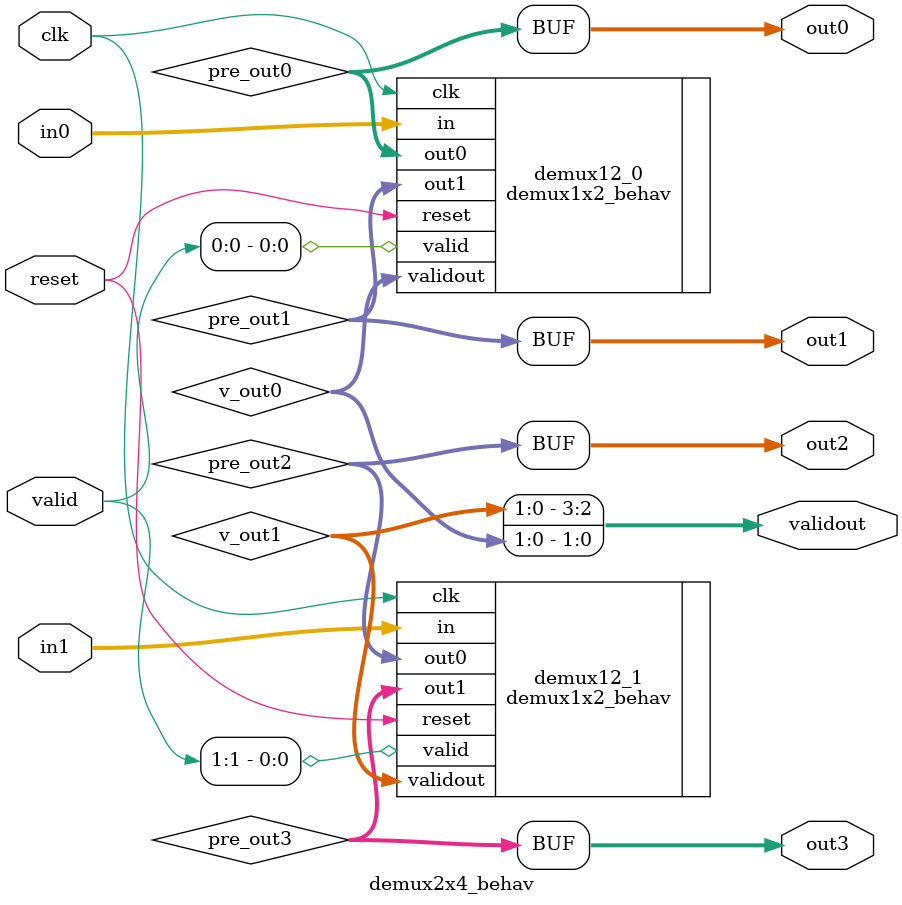
<source format=v>
`timescale 1ns/1ps
`include "./src/demux1x2_behav.v"


module demux2x4_behav (
    
    input wire clk,
    input wire reset,
    //INPUTS
    
    input wire [7:0] in0,
    input wire [7:0] in1,
    input wire [1:0] valid,
    
    //OUTPUTS

    output reg [7:0] out0,
    output reg [7:0] out1,
    output reg [7:0] out2,
    output reg [7:0] out3,
    output reg [3:0] validout
    );

    //Internal, Auxilliary
    wire [7:0] pre_out0;
    wire [7:0] pre_out1;
    wire [7:0] pre_out2;
    wire [7:0] pre_out3;
    
    wire [1:0] v_out0;
    wire [1:0] v_out1;

    // NOW, conection Demux 1x2_behav 1
    demux1x2_behav demux12_0(
        .in       (in0),
        .clk      (clk),
        .out0     (pre_out0),
        .out1     (pre_out1),
        .valid    (valid[0]),
        .validout (v_out0),
        .reset    (reset)
    );

  // Demux 1x2_behav 1
   demux1x2_behav demux12_1(
        .in       (in1),
        .clk      (clk),
        .out0     (pre_out2),
        .out1     (pre_out3),
        .valid    (valid[1]),
        .reset    (reset),
        .validout(v_out1)
    );

    always @(*) begin
        out0 = pre_out0;
        out1 = pre_out1;
        out2 = pre_out2;
        out3 = pre_out3;
        validout [0] = v_out0[0];
        validout [1] = v_out0[1];
        validout [2] = v_out1[0];
        validout [3] = v_out1[1];

    end


endmodule 
</source>
